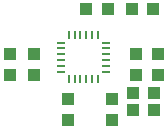
<source format=gtp>
G75*
%MOIN*%
%OFA0B0*%
%FSLAX24Y24*%
%IPPOS*%
%LPD*%
%AMOC8*
5,1,8,0,0,1.08239X$1,22.5*
%
%ADD10R,0.0114X0.0276*%
%ADD11R,0.0276X0.0114*%
%ADD12R,0.0433X0.0394*%
%ADD13R,0.0394X0.0433*%
D10*
X002688Y003442D03*
X002885Y003442D03*
X003082Y003442D03*
X003278Y003442D03*
X003475Y003442D03*
X003672Y003442D03*
X003672Y004918D03*
X003475Y004918D03*
X003278Y004918D03*
X003082Y004918D03*
X002885Y004918D03*
X002688Y004918D03*
D11*
X002442Y004672D03*
X002442Y004475D03*
X002442Y004278D03*
X002442Y004082D03*
X002442Y003885D03*
X002442Y003688D03*
X003918Y003688D03*
X003918Y003885D03*
X003918Y004082D03*
X003918Y004278D03*
X003918Y004475D03*
X003918Y004672D03*
D12*
X003984Y005805D03*
X003276Y005805D03*
X004801Y005805D03*
X005509Y005805D03*
X005534Y003005D03*
X005534Y002430D03*
X004826Y002430D03*
X004826Y003005D03*
D13*
X002680Y002076D03*
X002680Y002784D03*
X001530Y003576D03*
X001530Y004284D03*
X000730Y004284D03*
X000730Y003576D03*
X004118Y002784D03*
X004118Y002076D03*
X004930Y003576D03*
X004930Y004284D03*
X005680Y004284D03*
X005680Y003576D03*
M02*

</source>
